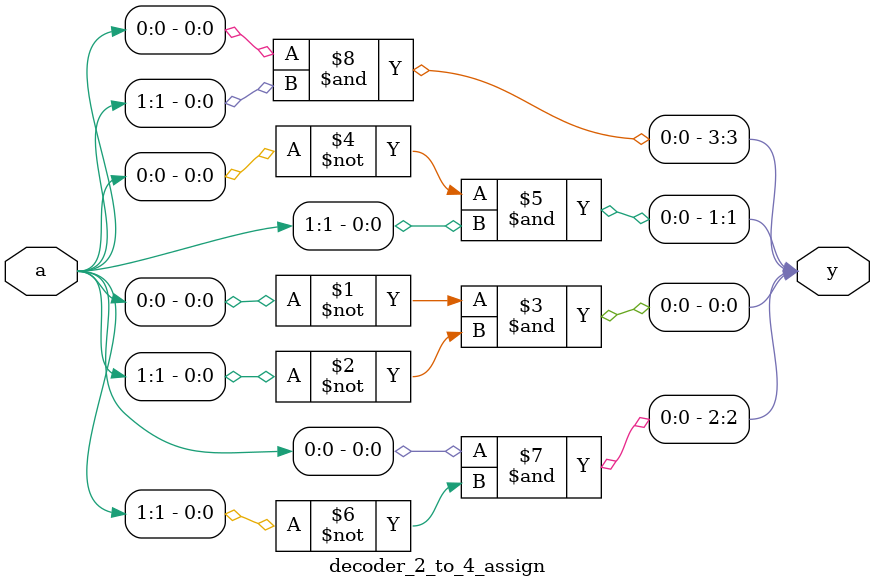
<source format=v>


module decoder_2_to_4_assign(a,y);

//declaring the input and output port declaration 
 
input [0:1]a;
output [0:3]y;

//using dataflow abstraction

	 assign y[0]=(~a[0])&(~a[1]);
	 assign y[1]= (~a[0])&(a[1]);
	 assign y[2]= (a[0])&(~a[1]);
	 assign y[3]=  (a[0])&(a[1]);
endmodule 

</source>
